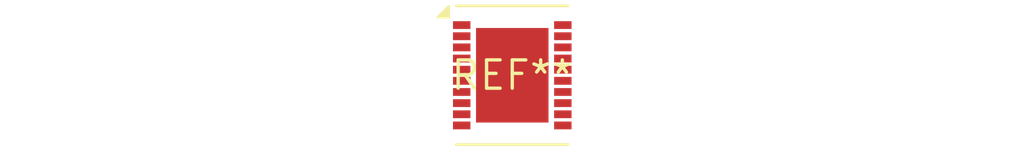
<source format=kicad_pcb>
(kicad_pcb (version 20240108) (generator pcbnew)
  (layers (0 "F.Cu" signal) (31 "B.Cu" signal) (34 "B.Paste" user) (35 "F.Paste" user) (36 "B.SilkS" user "B.Silkscreen") (37 "F.SilkS" user "F.Silkscreen") (38 "B.Mask" user) (39 "F.Mask" user) (44 "Edge.Cuts" user))
  (net 0 "")
  (footprint "DFN-20-1EP_5x6mm_P0.5mm_EP3.24x4.24mm" (layer "F.Cu") (at 0 0)
    (property "Reference" "REF**")
    (property "Value" "DFN-20-1EP_5x6mm_P0.5mm_EP3.24x4.24mm")
    (fp_line (start -2.5 -3.11) (end 2.5 -3.11) (layer "F.SilkS") (stroke (width 0.12)))
    (fp_line (start -2.5 3.11) (end 2.5 3.11) (layer "F.SilkS") (stroke (width 0.12)))
    (fp_poly (pts (xy -2.84 -2.61) (xy -3.32 -2.61) (xy -2.84 -3.09) (xy -2.84 -2.61)) (layer "F.SilkS") (stroke (width 0.12)) (fill solid))
    (pad "1" smd rect (at -2.26 -2.25) (size 0.78 0.35) (layers "F.Cu" "F.Paste" "F.Mask"))
    (pad "2" smd rect (at -2.26 -1.75) (size 0.78 0.35) (layers "F.Cu" "F.Paste" "F.Mask"))
    (pad "3" smd rect (at -2.26 -1.25) (size 0.78 0.35) (layers "F.Cu" "F.Paste" "F.Mask"))
    (pad "4" smd rect (at -2.26 -0.75) (size 0.78 0.35) (layers "F.Cu" "F.Paste" "F.Mask"))
    (pad "5" smd rect (at -2.26 -0.25) (size 0.78 0.35) (layers "F.Cu" "F.Paste" "F.Mask"))
    (pad "6" smd rect (at -2.26 0.25) (size 0.78 0.35) (layers "F.Cu" "F.Paste" "F.Mask"))
    (pad "7" smd rect (at -2.26 0.75) (size 0.78 0.35) (layers "F.Cu" "F.Paste" "F.Mask"))
    (pad "8" smd rect (at -2.26 1.25) (size 0.78 0.35) (layers "F.Cu" "F.Paste" "F.Mask"))
    (pad "9" smd rect (at -2.26 1.75) (size 0.78 0.35) (layers "F.Cu" "F.Paste" "F.Mask"))
    (pad "10" smd rect (at -2.26 2.25) (size 0.78 0.35) (layers "F.Cu" "F.Paste" "F.Mask"))
    (pad "11" smd rect (at 2.26 2.25) (size 0.78 0.35) (layers "F.Cu" "F.Paste" "F.Mask"))
    (pad "12" smd rect (at 2.26 1.75) (size 0.78 0.35) (layers "F.Cu" "F.Paste" "F.Mask"))
    (pad "13" smd rect (at 2.26 1.25) (size 0.78 0.35) (layers "F.Cu" "F.Paste" "F.Mask"))
    (pad "14" smd rect (at 2.26 0.75) (size 0.78 0.35) (layers "F.Cu" "F.Paste" "F.Mask"))
    (pad "15" smd rect (at 2.26 0.25) (size 0.78 0.35) (layers "F.Cu" "F.Paste" "F.Mask"))
    (pad "16" smd rect (at 2.26 -0.25) (size 0.78 0.35) (layers "F.Cu" "F.Paste" "F.Mask"))
    (pad "17" smd rect (at 2.26 -0.75) (size 0.78 0.35) (layers "F.Cu" "F.Paste" "F.Mask"))
    (pad "18" smd rect (at 2.26 -1.25) (size 0.78 0.35) (layers "F.Cu" "F.Paste" "F.Mask"))
    (pad "19" smd rect (at 2.26 -1.75) (size 0.78 0.35) (layers "F.Cu" "F.Paste" "F.Mask"))
    (pad "20" smd rect (at 2.26 -2.25) (size 0.78 0.35) (layers "F.Cu" "F.Paste" "F.Mask"))
    (pad "21" smd rect (at 0 0) (size 3.24 4.24) (layers "F.Cu" "F.Mask"))
  )
)
</source>
